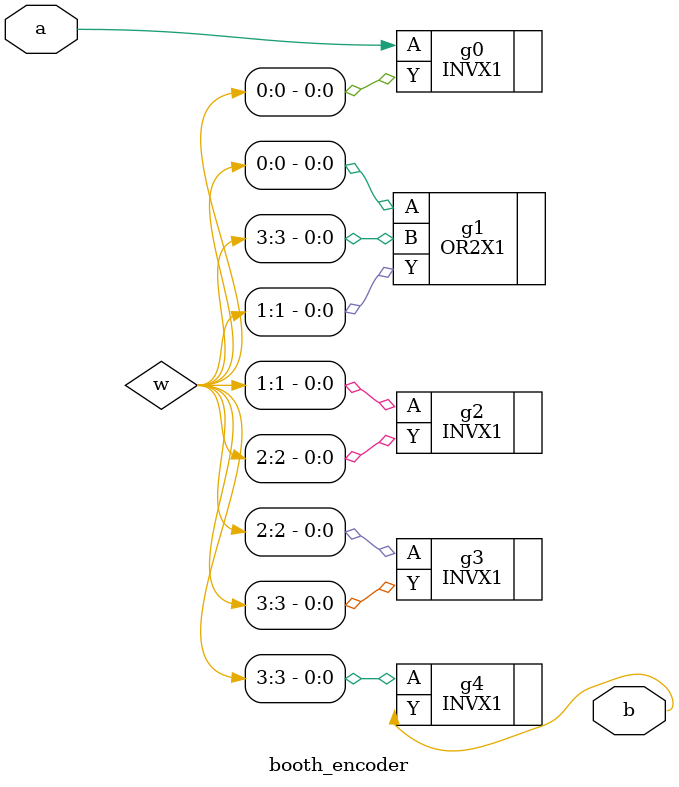
<source format=v>
module booth_encoder(a, b);
	input a;
	output b;
	wire [3:0] w;
	INVX1 g0 (
        .A(a),
        .Y(w[0])
    );
    OR2X1 g1 (
        .A(w[0]),
        .B(w[3]),
        .Y(w[1])
    );
    INVX1 g2 (
        .A(w[1]),
        .Y(w[2])
    );
    INVX1 g3 (
        .A(w[2]),
        .Y(w[3])
    );
	INVX1 g4 (
        .A(w[3]),
        .Y(b)
    );
endmodule

</source>
